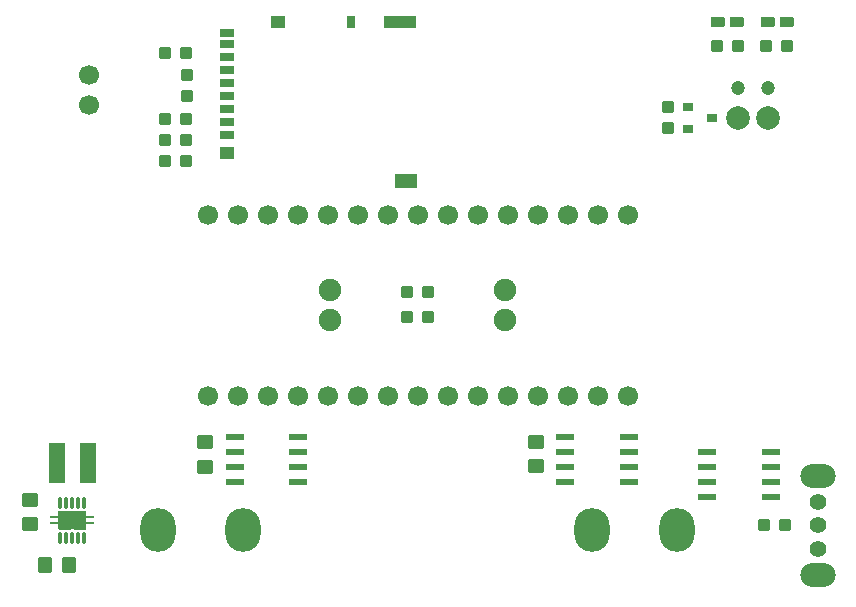
<source format=gbs>
G04*
G04 #@! TF.GenerationSoftware,Altium Limited,Altium Designer,20.1.14 (287)*
G04*
G04 Layer_Color=16777062*
%FSLAX44Y44*%
%MOMM*%
G71*
G04*
G04 #@! TF.SameCoordinates,68B961FB-D7BC-4543-97B4-895A999656FA*
G04*
G04*
G04 #@! TF.FilePolarity,Negative*
G04*
G01*
G75*
G04:AMPARAMS|DCode=17|XSize=1.4mm|YSize=1.4mm|CornerRadius=0.7mm|HoleSize=0mm|Usage=FLASHONLY|Rotation=270.000|XOffset=0mm|YOffset=0mm|HoleType=Round|Shape=RoundedRectangle|*
%AMROUNDEDRECTD17*
21,1,1.4000,0.0000,0,0,270.0*
21,1,0.0000,1.4000,0,0,270.0*
1,1,1.4000,0.0000,0.0000*
1,1,1.4000,0.0000,0.0000*
1,1,1.4000,0.0000,0.0000*
1,1,1.4000,0.0000,0.0000*
%
%ADD17ROUNDEDRECTD17*%
G04:AMPARAMS|DCode=18|XSize=2mm|YSize=3mm|CornerRadius=1mm|HoleSize=0mm|Usage=FLASHONLY|Rotation=270.000|XOffset=0mm|YOffset=0mm|HoleType=Round|Shape=RoundedRectangle|*
%AMROUNDEDRECTD18*
21,1,2.0000,1.0000,0,0,270.0*
21,1,0.0000,3.0000,0,0,270.0*
1,1,2.0000,-0.5000,0.0000*
1,1,2.0000,-0.5000,0.0000*
1,1,2.0000,0.5000,0.0000*
1,1,2.0000,0.5000,0.0000*
%
%ADD18ROUNDEDRECTD18*%
%ADD19C,1.7000*%
G04:AMPARAMS|DCode=20|XSize=1.7mm|YSize=1.7mm|CornerRadius=0.85mm|HoleSize=0mm|Usage=FLASHONLY|Rotation=90.000|XOffset=0mm|YOffset=0mm|HoleType=Round|Shape=RoundedRectangle|*
%AMROUNDEDRECTD20*
21,1,1.7000,0.0000,0,0,90.0*
21,1,0.0000,1.7000,0,0,90.0*
1,1,1.7000,0.0000,0.0000*
1,1,1.7000,0.0000,0.0000*
1,1,1.7000,0.0000,0.0000*
1,1,1.7000,0.0000,0.0000*
%
%ADD20ROUNDEDRECTD20*%
%ADD21C,1.2000*%
%ADD22C,2.0000*%
%ADD23C,0.6000*%
G04:AMPARAMS|DCode=24|XSize=1.7mm|YSize=1.7mm|CornerRadius=0.85mm|HoleSize=0mm|Usage=FLASHONLY|Rotation=180.000|XOffset=0mm|YOffset=0mm|HoleType=Round|Shape=RoundedRectangle|*
%AMROUNDEDRECTD24*
21,1,1.7000,0.0000,0,0,180.0*
21,1,0.0000,1.7000,0,0,180.0*
1,1,1.7000,0.0000,0.0000*
1,1,1.7000,0.0000,0.0000*
1,1,1.7000,0.0000,0.0000*
1,1,1.7000,0.0000,0.0000*
%
%ADD24ROUNDEDRECTD24*%
G04:AMPARAMS|DCode=33|XSize=1.05mm|YSize=0.95mm|CornerRadius=0.1188mm|HoleSize=0mm|Usage=FLASHONLY|Rotation=0.000|XOffset=0mm|YOffset=0mm|HoleType=Round|Shape=RoundedRectangle|*
%AMROUNDEDRECTD33*
21,1,1.0500,0.7125,0,0,0.0*
21,1,0.8125,0.9500,0,0,0.0*
1,1,0.2375,0.4063,-0.3563*
1,1,0.2375,-0.4063,-0.3563*
1,1,0.2375,-0.4063,0.3563*
1,1,0.2375,0.4063,0.3563*
%
%ADD33ROUNDEDRECTD33*%
%ADD34R,1.9000X1.3000*%
%ADD35R,2.8000X1.0000*%
%ADD36R,0.8000X1.0000*%
%ADD37R,1.2000X1.0000*%
%ADD38R,1.2000X0.7000*%
G04:AMPARAMS|DCode=39|XSize=1.05mm|YSize=0.95mm|CornerRadius=0.1188mm|HoleSize=0mm|Usage=FLASHONLY|Rotation=90.000|XOffset=0mm|YOffset=0mm|HoleType=Round|Shape=RoundedRectangle|*
%AMROUNDEDRECTD39*
21,1,1.0500,0.7125,0,0,90.0*
21,1,0.8125,0.9500,0,0,90.0*
1,1,0.2375,0.3563,0.4063*
1,1,0.2375,0.3563,-0.4063*
1,1,0.2375,-0.3563,-0.4063*
1,1,0.2375,-0.3563,0.4063*
%
%ADD39ROUNDEDRECTD39*%
%ADD40R,0.9000X0.8000*%
%ADD43R,2.4000X1.6500*%
%ADD44R,1.0500X0.6800*%
%ADD45R,0.5000X0.2600*%
%ADD46R,0.7000X0.2800*%
G04:AMPARAMS|DCode=47|XSize=1.15mm|YSize=1.4mm|CornerRadius=0.1265mm|HoleSize=0mm|Usage=FLASHONLY|Rotation=90.000|XOffset=0mm|YOffset=0mm|HoleType=Round|Shape=RoundedRectangle|*
%AMROUNDEDRECTD47*
21,1,1.1500,1.1470,0,0,90.0*
21,1,0.8970,1.4000,0,0,90.0*
1,1,0.2530,0.5735,0.4485*
1,1,0.2530,0.5735,-0.4485*
1,1,0.2530,-0.5735,-0.4485*
1,1,0.2530,-0.5735,0.4485*
%
%ADD47ROUNDEDRECTD47*%
G04:AMPARAMS|DCode=48|XSize=1.15mm|YSize=1.4mm|CornerRadius=0.1265mm|HoleSize=0mm|Usage=FLASHONLY|Rotation=180.000|XOffset=0mm|YOffset=0mm|HoleType=Round|Shape=RoundedRectangle|*
%AMROUNDEDRECTD48*
21,1,1.1500,1.1470,0,0,180.0*
21,1,0.8970,1.4000,0,0,180.0*
1,1,0.2530,-0.4485,0.5735*
1,1,0.2530,0.4485,0.5735*
1,1,0.2530,0.4485,-0.5735*
1,1,0.2530,-0.4485,-0.5735*
%
%ADD48ROUNDEDRECTD48*%
G04:AMPARAMS|DCode=49|XSize=1.225mm|YSize=0.85mm|CornerRadius=0.1063mm|HoleSize=0mm|Usage=FLASHONLY|Rotation=0.000|XOffset=0mm|YOffset=0mm|HoleType=Round|Shape=RoundedRectangle|*
%AMROUNDEDRECTD49*
21,1,1.2250,0.6375,0,0,0.0*
21,1,1.0125,0.8500,0,0,0.0*
1,1,0.2125,0.5063,-0.3188*
1,1,0.2125,-0.5063,-0.3188*
1,1,0.2125,-0.5063,0.3188*
1,1,0.2125,0.5063,0.3188*
%
%ADD49ROUNDEDRECTD49*%
%ADD50R,1.5500X0.6000*%
%ADD51R,1.4000X3.4000*%
G04:AMPARAMS|DCode=56|XSize=0.99mm|YSize=0.42mm|CornerRadius=0.21mm|HoleSize=0mm|Usage=FLASHONLY|Rotation=270.000|XOffset=0mm|YOffset=0mm|HoleType=Round|Shape=RoundedRectangle|*
%AMROUNDEDRECTD56*
21,1,0.9900,0.0000,0,0,270.0*
21,1,0.5700,0.4200,0,0,270.0*
1,1,0.4200,0.0000,-0.2850*
1,1,0.4200,0.0000,0.2850*
1,1,0.4200,0.0000,0.2850*
1,1,0.4200,0.0000,-0.2850*
%
%ADD56ROUNDEDRECTD56*%
%ADD57R,0.4200X0.4200*%
G04:AMPARAMS|DCode=58|XSize=3mm|YSize=3.7mm|CornerRadius=1.5mm|HoleSize=0mm|Usage=FLASHONLY|Rotation=0.000|XOffset=0mm|YOffset=0mm|HoleType=Round|Shape=RoundedRectangle|*
%AMROUNDEDRECTD58*
21,1,3.0000,0.7000,0,0,0.0*
21,1,0.0000,3.7000,0,0,0.0*
1,1,3.0000,0.0000,-0.3500*
1,1,3.0000,0.0000,-0.3500*
1,1,3.0000,0.0000,0.3500*
1,1,3.0000,0.0000,0.3500*
%
%ADD58ROUNDEDRECTD58*%
G04:AMPARAMS|DCode=59|XSize=1.9mm|YSize=1.9mm|CornerRadius=0.95mm|HoleSize=0mm|Usage=FLASHONLY|Rotation=270.000|XOffset=0mm|YOffset=0mm|HoleType=Round|Shape=RoundedRectangle|*
%AMROUNDEDRECTD59*
21,1,1.9000,0.0000,0,0,270.0*
21,1,0.0000,1.9000,0,0,270.0*
1,1,1.9000,0.0000,0.0000*
1,1,1.9000,0.0000,0.0000*
1,1,1.9000,0.0000,0.0000*
1,1,1.9000,0.0000,0.0000*
%
%ADD59ROUNDEDRECTD59*%
%ADD60C,1.9000*%
D17*
X714036Y43971D02*
D03*
Y63971D02*
D03*
Y83971D02*
D03*
D18*
Y21971D02*
D03*
Y105971D02*
D03*
D19*
X197236Y173171D02*
D03*
X552836Y326871D02*
D03*
X97036Y419971D02*
D03*
D20*
X222636Y173171D02*
D03*
X248036D02*
D03*
X273436D02*
D03*
X298836D02*
D03*
X324236D02*
D03*
X349636D02*
D03*
X375036D02*
D03*
X400436D02*
D03*
X425836D02*
D03*
X451236D02*
D03*
X476636D02*
D03*
X502036D02*
D03*
X527436D02*
D03*
X552836D02*
D03*
X197236Y326871D02*
D03*
X222636D02*
D03*
X248036D02*
D03*
X273436D02*
D03*
X298836D02*
D03*
X324236D02*
D03*
X349636D02*
D03*
X375036D02*
D03*
X400436D02*
D03*
X425836D02*
D03*
X451236D02*
D03*
X476636D02*
D03*
X502036D02*
D03*
X527436D02*
D03*
D21*
X646636Y434371D02*
D03*
X672036D02*
D03*
D22*
X646636Y408971D02*
D03*
X672036D02*
D03*
D23*
X90000Y73000D02*
D03*
X75000D02*
D03*
Y63000D02*
D03*
X82500Y68000D02*
D03*
X90000Y63000D02*
D03*
D24*
X97036Y445371D02*
D03*
D33*
X178786Y371971D02*
D03*
X161286D02*
D03*
X178786Y407971D02*
D03*
X161286D02*
D03*
Y389971D02*
D03*
X178786D02*
D03*
X685765Y63985D02*
D03*
X668265D02*
D03*
X628786Y469971D02*
D03*
X646286D02*
D03*
X687536D02*
D03*
X670036D02*
D03*
X178786Y463971D02*
D03*
X161286D02*
D03*
X383750Y240000D02*
D03*
X366250D02*
D03*
X383750Y261000D02*
D03*
X366250D02*
D03*
D34*
X364786Y355221D02*
D03*
D35*
X360286Y490221D02*
D03*
D36*
X318786D02*
D03*
D37*
X256786D02*
D03*
X213786Y378721D02*
D03*
D38*
Y460221D02*
D03*
Y449221D02*
D03*
Y438221D02*
D03*
Y427221D02*
D03*
Y416221D02*
D03*
Y405221D02*
D03*
Y394221D02*
D03*
Y471221D02*
D03*
Y480721D02*
D03*
D39*
X587036Y400221D02*
D03*
Y417721D02*
D03*
X180036Y444721D02*
D03*
Y427221D02*
D03*
D40*
X624036Y408971D02*
D03*
X604036Y418471D02*
D03*
Y399471D02*
D03*
D43*
X82500Y68000D02*
D03*
D44*
X88850Y63500D02*
D03*
Y72500D02*
D03*
X76150Y63500D02*
D03*
Y72500D02*
D03*
D45*
X98800Y65500D02*
D03*
Y70500D02*
D03*
X66200Y65500D02*
D03*
Y70500D02*
D03*
D46*
X98000Y65500D02*
D03*
Y70500D02*
D03*
X67000Y65500D02*
D03*
Y70500D02*
D03*
D47*
X475000Y134500D02*
D03*
Y114000D02*
D03*
X195000Y113581D02*
D03*
Y134080D02*
D03*
X47000Y64750D02*
D03*
Y85250D02*
D03*
D48*
X80000Y30000D02*
D03*
X59500D02*
D03*
D49*
X645661Y489971D02*
D03*
X629411D02*
D03*
X671286D02*
D03*
X687536D02*
D03*
D50*
X220036Y139021D02*
D03*
Y126321D02*
D03*
Y113621D02*
D03*
Y100921D02*
D03*
X274036D02*
D03*
Y113621D02*
D03*
Y126321D02*
D03*
Y139021D02*
D03*
X554036Y139020D02*
D03*
Y126320D02*
D03*
Y113620D02*
D03*
Y100920D02*
D03*
X500036D02*
D03*
Y113620D02*
D03*
Y126320D02*
D03*
Y139020D02*
D03*
X620000Y126050D02*
D03*
Y113350D02*
D03*
Y100650D02*
D03*
Y87950D02*
D03*
X674000D02*
D03*
Y100650D02*
D03*
Y113350D02*
D03*
Y126050D02*
D03*
D51*
X96000Y117000D02*
D03*
X70000D02*
D03*
D56*
X72500Y53250D02*
D03*
X77500D02*
D03*
X82500D02*
D03*
X92500Y82750D02*
D03*
X82500D02*
D03*
X87500Y53250D02*
D03*
X92500D02*
D03*
X87500Y82750D02*
D03*
X77500D02*
D03*
X72500D02*
D03*
D57*
X87500Y50400D02*
D03*
X92500D02*
D03*
X87500Y85600D02*
D03*
X77500D02*
D03*
X72500D02*
D03*
Y50400D02*
D03*
X77500D02*
D03*
X82500Y50400D02*
D03*
X92500Y85600D02*
D03*
X82500Y85600D02*
D03*
D58*
X227536Y59971D02*
D03*
X155036D02*
D03*
X595036D02*
D03*
X522536D02*
D03*
D59*
X449036Y237971D02*
D03*
X301036Y262971D02*
D03*
D60*
X449036D02*
D03*
X301036Y237971D02*
D03*
M02*

</source>
